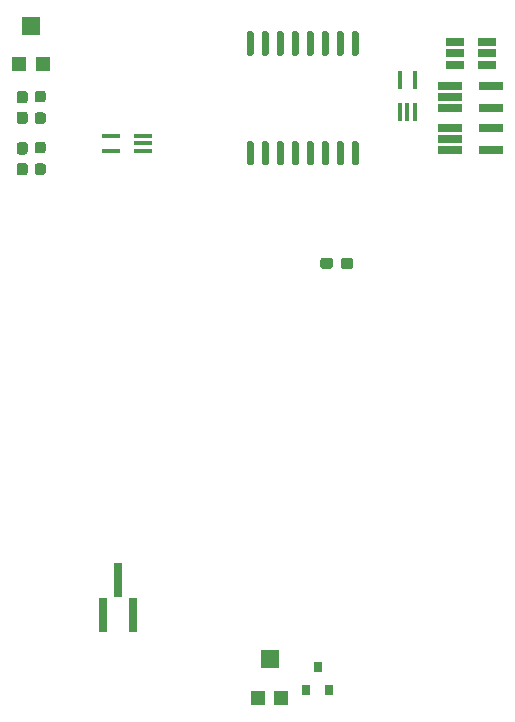
<source format=gtp>
G04 #@! TF.GenerationSoftware,KiCad,Pcbnew,5.1.9*
G04 #@! TF.CreationDate,2021-05-01T23:47:32-07:00*
G04 #@! TF.ProjectId,P80C550-EVN,50383043-3535-4302-9d45-564e2e6b6963,rev?*
G04 #@! TF.SameCoordinates,Original*
G04 #@! TF.FileFunction,Paste,Top*
G04 #@! TF.FilePolarity,Positive*
%FSLAX46Y46*%
G04 Gerber Fmt 4.6, Leading zero omitted, Abs format (unit mm)*
G04 Created by KiCad (PCBNEW 5.1.9) date 2021-05-01 23:47:32*
%MOMM*%
%LPD*%
G01*
G04 APERTURE LIST*
%ADD10R,0.400000X1.500000*%
%ADD11R,2.000000X0.650000*%
%ADD12R,1.560000X0.650000*%
%ADD13R,1.500000X0.400000*%
%ADD14R,0.650000X3.000000*%
%ADD15R,1.600000X1.500000*%
%ADD16R,1.200000X1.200000*%
%ADD17R,0.800000X0.900000*%
G04 APERTURE END LIST*
D10*
X132304000Y-88138000D03*
X132954000Y-88138000D03*
X133604000Y-88138000D03*
X133604000Y-85478000D03*
X132304000Y-85478000D03*
D11*
X140013000Y-89474000D03*
X140013000Y-91374000D03*
X136593000Y-91374000D03*
X136593000Y-90424000D03*
X136593000Y-89474000D03*
X140013000Y-85918000D03*
X140013000Y-87818000D03*
X136593000Y-87818000D03*
X136593000Y-86868000D03*
X136593000Y-85918000D03*
D12*
X136953000Y-83185000D03*
X136953000Y-84135000D03*
X136953000Y-82235000D03*
X139653000Y-82235000D03*
X139653000Y-83185000D03*
X139653000Y-84135000D03*
D13*
X107890000Y-91455000D03*
X107890000Y-90155000D03*
X110550000Y-90155000D03*
X110550000Y-90805000D03*
X110550000Y-91455000D03*
D14*
X108483400Y-127760600D03*
X109753400Y-130760600D03*
X107213400Y-130760600D03*
G36*
G01*
X101616500Y-92500000D02*
X102091500Y-92500000D01*
G75*
G02*
X102329000Y-92737500I0J-237500D01*
G01*
X102329000Y-93237500D01*
G75*
G02*
X102091500Y-93475000I-237500J0D01*
G01*
X101616500Y-93475000D01*
G75*
G02*
X101379000Y-93237500I0J237500D01*
G01*
X101379000Y-92737500D01*
G75*
G02*
X101616500Y-92500000I237500J0D01*
G01*
G37*
G36*
G01*
X101616500Y-90675000D02*
X102091500Y-90675000D01*
G75*
G02*
X102329000Y-90912500I0J-237500D01*
G01*
X102329000Y-91412500D01*
G75*
G02*
X102091500Y-91650000I-237500J0D01*
G01*
X101616500Y-91650000D01*
G75*
G02*
X101379000Y-91412500I0J237500D01*
G01*
X101379000Y-90912500D01*
G75*
G02*
X101616500Y-90675000I237500J0D01*
G01*
G37*
G36*
G01*
X101616500Y-88182000D02*
X102091500Y-88182000D01*
G75*
G02*
X102329000Y-88419500I0J-237500D01*
G01*
X102329000Y-88919500D01*
G75*
G02*
X102091500Y-89157000I-237500J0D01*
G01*
X101616500Y-89157000D01*
G75*
G02*
X101379000Y-88919500I0J237500D01*
G01*
X101379000Y-88419500D01*
G75*
G02*
X101616500Y-88182000I237500J0D01*
G01*
G37*
G36*
G01*
X101616500Y-86357000D02*
X102091500Y-86357000D01*
G75*
G02*
X102329000Y-86594500I0J-237500D01*
G01*
X102329000Y-87094500D01*
G75*
G02*
X102091500Y-87332000I-237500J0D01*
G01*
X101616500Y-87332000D01*
G75*
G02*
X101379000Y-87094500I0J237500D01*
G01*
X101379000Y-86594500D01*
G75*
G02*
X101616500Y-86357000I237500J0D01*
G01*
G37*
G36*
G01*
X100092500Y-92461800D02*
X100567500Y-92461800D01*
G75*
G02*
X100805000Y-92699300I0J-237500D01*
G01*
X100805000Y-93274300D01*
G75*
G02*
X100567500Y-93511800I-237500J0D01*
G01*
X100092500Y-93511800D01*
G75*
G02*
X99855000Y-93274300I0J237500D01*
G01*
X99855000Y-92699300D01*
G75*
G02*
X100092500Y-92461800I237500J0D01*
G01*
G37*
G36*
G01*
X100092500Y-90711800D02*
X100567500Y-90711800D01*
G75*
G02*
X100805000Y-90949300I0J-237500D01*
G01*
X100805000Y-91524300D01*
G75*
G02*
X100567500Y-91761800I-237500J0D01*
G01*
X100092500Y-91761800D01*
G75*
G02*
X99855000Y-91524300I0J237500D01*
G01*
X99855000Y-90949300D01*
G75*
G02*
X100092500Y-90711800I237500J0D01*
G01*
G37*
G36*
G01*
X100092500Y-86371000D02*
X100567500Y-86371000D01*
G75*
G02*
X100805000Y-86608500I0J-237500D01*
G01*
X100805000Y-87183500D01*
G75*
G02*
X100567500Y-87421000I-237500J0D01*
G01*
X100092500Y-87421000D01*
G75*
G02*
X99855000Y-87183500I0J237500D01*
G01*
X99855000Y-86608500D01*
G75*
G02*
X100092500Y-86371000I237500J0D01*
G01*
G37*
G36*
G01*
X100092500Y-88121000D02*
X100567500Y-88121000D01*
G75*
G02*
X100805000Y-88358500I0J-237500D01*
G01*
X100805000Y-88933500D01*
G75*
G02*
X100567500Y-89171000I-237500J0D01*
G01*
X100092500Y-89171000D01*
G75*
G02*
X99855000Y-88933500I0J237500D01*
G01*
X99855000Y-88358500D01*
G75*
G02*
X100092500Y-88121000I237500J0D01*
G01*
G37*
D15*
X101092000Y-80846000D03*
D16*
X102092000Y-84096000D03*
X100092000Y-84096000D03*
D17*
X125349000Y-135128000D03*
X126299000Y-137128000D03*
X124399000Y-137128000D03*
D15*
X121285000Y-134493000D03*
D16*
X122285000Y-137743000D03*
X120285000Y-137743000D03*
G36*
G01*
X128373500Y-100727500D02*
X128373500Y-101202500D01*
G75*
G02*
X128136000Y-101440000I-237500J0D01*
G01*
X127536000Y-101440000D01*
G75*
G02*
X127298500Y-101202500I0J237500D01*
G01*
X127298500Y-100727500D01*
G75*
G02*
X127536000Y-100490000I237500J0D01*
G01*
X128136000Y-100490000D01*
G75*
G02*
X128373500Y-100727500I0J-237500D01*
G01*
G37*
G36*
G01*
X126648500Y-100727500D02*
X126648500Y-101202500D01*
G75*
G02*
X126411000Y-101440000I-237500J0D01*
G01*
X125811000Y-101440000D01*
G75*
G02*
X125573500Y-101202500I0J237500D01*
G01*
X125573500Y-100727500D01*
G75*
G02*
X125811000Y-100490000I237500J0D01*
G01*
X126411000Y-100490000D01*
G75*
G02*
X126648500Y-100727500I0J-237500D01*
G01*
G37*
G36*
G01*
X128374000Y-81320000D02*
X128674000Y-81320000D01*
G75*
G02*
X128824000Y-81470000I0J-150000D01*
G01*
X128824000Y-83220000D01*
G75*
G02*
X128674000Y-83370000I-150000J0D01*
G01*
X128374000Y-83370000D01*
G75*
G02*
X128224000Y-83220000I0J150000D01*
G01*
X128224000Y-81470000D01*
G75*
G02*
X128374000Y-81320000I150000J0D01*
G01*
G37*
G36*
G01*
X127104000Y-81320000D02*
X127404000Y-81320000D01*
G75*
G02*
X127554000Y-81470000I0J-150000D01*
G01*
X127554000Y-83220000D01*
G75*
G02*
X127404000Y-83370000I-150000J0D01*
G01*
X127104000Y-83370000D01*
G75*
G02*
X126954000Y-83220000I0J150000D01*
G01*
X126954000Y-81470000D01*
G75*
G02*
X127104000Y-81320000I150000J0D01*
G01*
G37*
G36*
G01*
X125834000Y-81320000D02*
X126134000Y-81320000D01*
G75*
G02*
X126284000Y-81470000I0J-150000D01*
G01*
X126284000Y-83220000D01*
G75*
G02*
X126134000Y-83370000I-150000J0D01*
G01*
X125834000Y-83370000D01*
G75*
G02*
X125684000Y-83220000I0J150000D01*
G01*
X125684000Y-81470000D01*
G75*
G02*
X125834000Y-81320000I150000J0D01*
G01*
G37*
G36*
G01*
X124564000Y-81320000D02*
X124864000Y-81320000D01*
G75*
G02*
X125014000Y-81470000I0J-150000D01*
G01*
X125014000Y-83220000D01*
G75*
G02*
X124864000Y-83370000I-150000J0D01*
G01*
X124564000Y-83370000D01*
G75*
G02*
X124414000Y-83220000I0J150000D01*
G01*
X124414000Y-81470000D01*
G75*
G02*
X124564000Y-81320000I150000J0D01*
G01*
G37*
G36*
G01*
X123294000Y-81320000D02*
X123594000Y-81320000D01*
G75*
G02*
X123744000Y-81470000I0J-150000D01*
G01*
X123744000Y-83220000D01*
G75*
G02*
X123594000Y-83370000I-150000J0D01*
G01*
X123294000Y-83370000D01*
G75*
G02*
X123144000Y-83220000I0J150000D01*
G01*
X123144000Y-81470000D01*
G75*
G02*
X123294000Y-81320000I150000J0D01*
G01*
G37*
G36*
G01*
X122024000Y-81320000D02*
X122324000Y-81320000D01*
G75*
G02*
X122474000Y-81470000I0J-150000D01*
G01*
X122474000Y-83220000D01*
G75*
G02*
X122324000Y-83370000I-150000J0D01*
G01*
X122024000Y-83370000D01*
G75*
G02*
X121874000Y-83220000I0J150000D01*
G01*
X121874000Y-81470000D01*
G75*
G02*
X122024000Y-81320000I150000J0D01*
G01*
G37*
G36*
G01*
X120754000Y-81320000D02*
X121054000Y-81320000D01*
G75*
G02*
X121204000Y-81470000I0J-150000D01*
G01*
X121204000Y-83220000D01*
G75*
G02*
X121054000Y-83370000I-150000J0D01*
G01*
X120754000Y-83370000D01*
G75*
G02*
X120604000Y-83220000I0J150000D01*
G01*
X120604000Y-81470000D01*
G75*
G02*
X120754000Y-81320000I150000J0D01*
G01*
G37*
G36*
G01*
X119484000Y-81320000D02*
X119784000Y-81320000D01*
G75*
G02*
X119934000Y-81470000I0J-150000D01*
G01*
X119934000Y-83220000D01*
G75*
G02*
X119784000Y-83370000I-150000J0D01*
G01*
X119484000Y-83370000D01*
G75*
G02*
X119334000Y-83220000I0J150000D01*
G01*
X119334000Y-81470000D01*
G75*
G02*
X119484000Y-81320000I150000J0D01*
G01*
G37*
G36*
G01*
X119484000Y-90620000D02*
X119784000Y-90620000D01*
G75*
G02*
X119934000Y-90770000I0J-150000D01*
G01*
X119934000Y-92520000D01*
G75*
G02*
X119784000Y-92670000I-150000J0D01*
G01*
X119484000Y-92670000D01*
G75*
G02*
X119334000Y-92520000I0J150000D01*
G01*
X119334000Y-90770000D01*
G75*
G02*
X119484000Y-90620000I150000J0D01*
G01*
G37*
G36*
G01*
X120754000Y-90620000D02*
X121054000Y-90620000D01*
G75*
G02*
X121204000Y-90770000I0J-150000D01*
G01*
X121204000Y-92520000D01*
G75*
G02*
X121054000Y-92670000I-150000J0D01*
G01*
X120754000Y-92670000D01*
G75*
G02*
X120604000Y-92520000I0J150000D01*
G01*
X120604000Y-90770000D01*
G75*
G02*
X120754000Y-90620000I150000J0D01*
G01*
G37*
G36*
G01*
X122024000Y-90620000D02*
X122324000Y-90620000D01*
G75*
G02*
X122474000Y-90770000I0J-150000D01*
G01*
X122474000Y-92520000D01*
G75*
G02*
X122324000Y-92670000I-150000J0D01*
G01*
X122024000Y-92670000D01*
G75*
G02*
X121874000Y-92520000I0J150000D01*
G01*
X121874000Y-90770000D01*
G75*
G02*
X122024000Y-90620000I150000J0D01*
G01*
G37*
G36*
G01*
X123294000Y-90620000D02*
X123594000Y-90620000D01*
G75*
G02*
X123744000Y-90770000I0J-150000D01*
G01*
X123744000Y-92520000D01*
G75*
G02*
X123594000Y-92670000I-150000J0D01*
G01*
X123294000Y-92670000D01*
G75*
G02*
X123144000Y-92520000I0J150000D01*
G01*
X123144000Y-90770000D01*
G75*
G02*
X123294000Y-90620000I150000J0D01*
G01*
G37*
G36*
G01*
X124564000Y-90620000D02*
X124864000Y-90620000D01*
G75*
G02*
X125014000Y-90770000I0J-150000D01*
G01*
X125014000Y-92520000D01*
G75*
G02*
X124864000Y-92670000I-150000J0D01*
G01*
X124564000Y-92670000D01*
G75*
G02*
X124414000Y-92520000I0J150000D01*
G01*
X124414000Y-90770000D01*
G75*
G02*
X124564000Y-90620000I150000J0D01*
G01*
G37*
G36*
G01*
X125834000Y-90620000D02*
X126134000Y-90620000D01*
G75*
G02*
X126284000Y-90770000I0J-150000D01*
G01*
X126284000Y-92520000D01*
G75*
G02*
X126134000Y-92670000I-150000J0D01*
G01*
X125834000Y-92670000D01*
G75*
G02*
X125684000Y-92520000I0J150000D01*
G01*
X125684000Y-90770000D01*
G75*
G02*
X125834000Y-90620000I150000J0D01*
G01*
G37*
G36*
G01*
X127104000Y-90620000D02*
X127404000Y-90620000D01*
G75*
G02*
X127554000Y-90770000I0J-150000D01*
G01*
X127554000Y-92520000D01*
G75*
G02*
X127404000Y-92670000I-150000J0D01*
G01*
X127104000Y-92670000D01*
G75*
G02*
X126954000Y-92520000I0J150000D01*
G01*
X126954000Y-90770000D01*
G75*
G02*
X127104000Y-90620000I150000J0D01*
G01*
G37*
G36*
G01*
X128374000Y-90620000D02*
X128674000Y-90620000D01*
G75*
G02*
X128824000Y-90770000I0J-150000D01*
G01*
X128824000Y-92520000D01*
G75*
G02*
X128674000Y-92670000I-150000J0D01*
G01*
X128374000Y-92670000D01*
G75*
G02*
X128224000Y-92520000I0J150000D01*
G01*
X128224000Y-90770000D01*
G75*
G02*
X128374000Y-90620000I150000J0D01*
G01*
G37*
M02*

</source>
